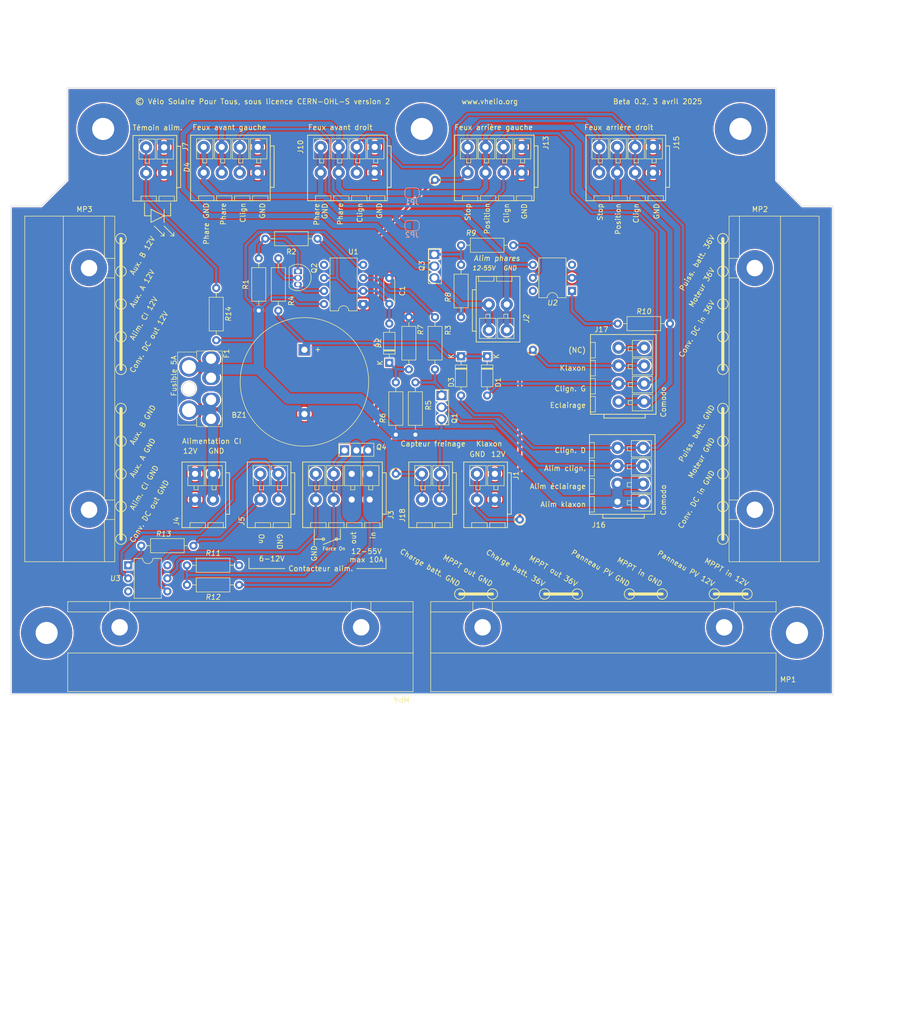
<source format=kicad_pcb>
(kicad_pcb (version 20211014) (generator pcbnew)

  (general
    (thickness 1.6)
  )

  (paper "A4")
  (layers
    (0 "F.Cu" signal)
    (31 "B.Cu" signal)
    (32 "B.Adhes" user "B.Adhesive")
    (33 "F.Adhes" user "F.Adhesive")
    (34 "B.Paste" user)
    (35 "F.Paste" user)
    (36 "B.SilkS" user "B.Silkscreen")
    (37 "F.SilkS" user "F.Silkscreen")
    (38 "B.Mask" user)
    (39 "F.Mask" user)
    (40 "Dwgs.User" user "User.Drawings")
    (41 "Cmts.User" user "User.Comments")
    (42 "Eco1.User" user "User.Eco1")
    (43 "Eco2.User" user "User.Eco2")
    (44 "Edge.Cuts" user)
    (45 "Margin" user)
    (46 "B.CrtYd" user "B.Courtyard")
    (47 "F.CrtYd" user "F.Courtyard")
    (48 "B.Fab" user)
    (49 "F.Fab" user)
    (50 "User.1" user)
    (51 "User.2" user)
    (52 "User.3" user)
    (53 "User.4" user)
    (54 "User.5" user)
    (55 "User.6" user)
    (56 "User.7" user)
    (57 "User.8" user)
    (58 "User.9" user)
  )

  (setup
    (stackup
      (layer "F.SilkS" (type "Top Silk Screen"))
      (layer "F.Paste" (type "Top Solder Paste"))
      (layer "F.Mask" (type "Top Solder Mask") (thickness 0.01))
      (layer "F.Cu" (type "copper") (thickness 0.035))
      (layer "dielectric 1" (type "core") (thickness 1.51) (material "FR4") (epsilon_r 4.5) (loss_tangent 0.02))
      (layer "B.Cu" (type "copper") (thickness 0.035))
      (layer "B.Mask" (type "Bottom Solder Mask") (thickness 0.01))
      (layer "B.Paste" (type "Bottom Solder Paste"))
      (layer "B.SilkS" (type "Bottom Silk Screen"))
      (copper_finish "None")
      (dielectric_constraints no)
    )
    (pad_to_mask_clearance 0)
    (pcbplotparams
      (layerselection 0x00010e0_ffffffff)
      (disableapertmacros false)
      (usegerberextensions false)
      (usegerberattributes true)
      (usegerberadvancedattributes true)
      (creategerberjobfile true)
      (svguseinch false)
      (svgprecision 6)
      (excludeedgelayer true)
      (plotframeref false)
      (viasonmask false)
      (mode 1)
      (useauxorigin false)
      (hpglpennumber 1)
      (hpglpenspeed 20)
      (hpglpendiameter 15.000000)
      (dxfpolygonmode true)
      (dxfimperialunits true)
      (dxfusepcbnewfont true)
      (psnegative false)
      (psa4output false)
      (plotreference true)
      (plotvalue true)
      (plotinvisibletext false)
      (sketchpadsonfab false)
      (subtractmaskfromsilk false)
      (outputformat 1)
      (mirror false)
      (drillshape 0)
      (scaleselection 1)
      (outputdirectory "")
    )
  )

  (net 0 "")
  (net 1 "GND")
  (net 2 "Net-(F1-Pad2)")
  (net 3 "Net-(D1-Pad2)")
  (net 4 "Net-(D3-Pad2)")
  (net 5 "/Phares")
  (net 6 "Net-(J13-Pad4)")
  (net 7 "Net-(J1-Pad2)")
  (net 8 "/Flasher/Out")
  (net 9 "unconnected-(J17-Pad4)")
  (net 10 "/12V_5A")
  (net 11 "Net-(Q1-Pad1)")
  (net 12 "Net-(C1-Pad1)")
  (net 13 "Net-(Q2-Pad1)")
  (net 14 "unconnected-(U1-Pad5)")
  (net 15 "Net-(Q2-Pad2)")
  (net 16 "/Flasher/Enable")
  (net 17 "Net-(Q2-Pad3)")
  (net 18 "Net-(R3-Pad1)")
  (net 19 "Net-(D2-Pad1)")
  (net 20 "Net-(J2-Pad1)")
  (net 21 "Net-(J10-Pad4)")
  (net 22 "Net-(J10-Pad3)")
  (net 23 "Net-(Q3-Pad1)")
  (net 24 "Net-(R9-Pad2)")
  (net 25 "Net-(R10-Pad1)")
  (net 26 "unconnected-(U2-Pad3)")
  (net 27 "unconnected-(U2-Pad6)")
  (net 28 "Net-(D4-Pad2)")
  (net 29 "/Conv12V_In.Vbatt")
  (net 30 "Net-(MP2-PadA3)")
  (net 31 "Net-(U3-Pad4)")
  (net 32 "Net-(Q4-Pad1)")
  (net 33 "Net-(R11-Pad2)")
  (net 34 "Net-(R13-Pad1)")
  (net 35 "unconnected-(U3-Pad3)")
  (net 36 "unconnected-(U3-Pad6)")
  (net 37 "Net-(U3-Pad2)")
  (net 38 "Net-(R13-Pad2)")

  (footprint "circuit:Wago_221-500_SplicingConnectorHolder" (layer "F.Cu") (at 95.25 82.55 90))

  (footprint "Resistor_THT:R_Axial_DIN0207_L6.3mm_D2.5mm_P10.16mm_Horizontal" (layer "F.Cu") (at 105.41 113.03))

  (footprint "circuit:MountingHole_5mm" (layer "F.Cu") (at 87 130))

  (footprint "circuit:Buzzer_25x16_12.5" (layer "F.Cu") (at 137.16 74.93 -90))

  (footprint "circuit:TO-251-3_Vertical" (layer "F.Cu") (at 144.97 94.5))

  (footprint "Resistor_THT:R_Axial_DIN0207_L6.3mm_D2.5mm_P10.16mm_Horizontal" (layer "F.Cu") (at 114.3 116.84))

  (footprint "circuit:Generic_FuseHolder_MINI" (layer "F.Cu") (at 118.99 76.675 -90))

  (footprint "Resistor_THT:R_Axial_DIN0207_L6.3mm_D2.5mm_P10.16mm_Horizontal" (layer "F.Cu") (at 167.64 68.58 90))

  (footprint "Resistor_THT:R_Axial_DIN0207_L6.3mm_D2.5mm_P10.16mm_Horizontal" (layer "F.Cu") (at 124.46 120.65 180))

  (footprint "circuit:TerminalBlock_Wago_2601-3102_1x02_P3.50mm_Vertical" (layer "F.Cu") (at 119.38 104.06 180))

  (footprint "Resistor_THT:R_Axial_DIN0207_L6.3mm_D2.5mm_P10.16mm_Horizontal" (layer "F.Cu") (at 162.56 68.58 -90))

  (footprint "circuit:MountingHole_5mm" (layer "F.Cu") (at 98 32))

  (footprint "circuit:TerminalBlock_Wago_2601-3104_1x04_P3.50mm_Vertical" (layer "F.Cu") (at 179.4 40.5 180))

  (footprint "Package_DIP:DIP-8_W7.62mm" (layer "F.Cu") (at 148.59 66.04 180))

  (footprint "circuit:TerminalBlock_Wago_2601-3102_1x02_P3.50mm_Vertical" (layer "F.Cu") (at 109.855 40.56 180))

  (footprint "circuit:Strap_D2.0mm_Drill1.0mm" (layer "F.Cu") (at 179.07 107.95))

  (footprint "circuit:TerminalBlock_Wago_2601-3104_1x04_P3.50mm_Vertical" (layer "F.Cu") (at 205 40.5 180))

  (footprint "Resistor_THT:R_Axial_DIN0207_L6.3mm_D2.5mm_P10.16mm_Horizontal" (layer "F.Cu") (at 167.64 54.61))

  (footprint "circuit:MountingHole_5mm" (layer "F.Cu") (at 222 32))

  (footprint "Diode_THT:D_DO-35_SOD27_P7.62mm_Horizontal" (layer "F.Cu") (at 172.72 76.2 -90))

  (footprint "Resistor_THT:R_Axial_DIN0207_L6.3mm_D2.5mm_P10.16mm_Horizontal" (layer "F.Cu") (at 198.12 69.85))

  (footprint "circuit:TO-92L_Inline" (layer "F.Cu") (at 135.89 59.69 -90))

  (footprint "circuit:TerminalBlock_Wago_2601-3104_1x04_P3.50mm_Vertical" (layer "F.Cu") (at 128.06 40.5 180))

  (footprint "circuit:TO-251-3_Vertical" (layer "F.Cu") (at 162.44 56.38 -90))

  (footprint "Resistor_THT:R_Axial_DIN0207_L6.3mm_D2.5mm_P10.16mm_Horizontal" (layer "F.Cu") (at 157.48 78.74 90))

  (footprint "circuit:TerminalBlock_Wago_2601-3102_1x02_P3.50mm_Vertical" (layer "F.Cu") (at 132.08 104.06 180))

  (footprint "circuit:TerminalBlock_Wago_2601-3104_1x04_P3.50mm_Vertical" (layer "F.Cu") (at 198.07 104.480004 90))

  (footprint "Resistor_THT:R_Axial_DIN0207_L6.3mm_D2.5mm_P10.16mm_Horizontal" (layer "F.Cu") (at 158.75 91.44 90))

  (footprint "circuit:TerminalBlock_Wago_2601-3104_1x04_P3.50mm_Vertical" (layer "F.Cu") (at 149.86 104.06 180))

  (footprint "Package_DIP:DIP-6_W7.62mm" (layer "F.Cu") (at 102.87 116.84))

  (footprint "circuit:Wago_221-500_SplicingConnectorHolder" (layer "F.Cu") (at 224.79 82.55 -90))

  (footprint "Resistor_THT:R_Axial_DIN0207_L6.3mm_D2.5mm_P10.16mm_Horizontal" (layer "F.Cu") (at 132.08 57.15 -90))

  (footprint "circuit:MountingHole_5mm" (layer "F.Cu") (at 160 32))

  (footprint "Resistor_THT:R_Axial_DIN0207_L6.3mm_D2.5mm_P10.16mm_Horizontal" (layer "F.Cu") (at 154.94 91.44 90))

  (footprint "circuit:Strap_D2.0mm_Drill1.0mm" (layer "F.Cu") (at 154.94 99.06))

  (footprint "Resistor_THT:R_Axial_DIN0207_L6.3mm_D2.5mm_P10.16mm_Horizontal" (layer "F.Cu") (at 128.27 67.31 90))

  (footprint "Resistor_THT:R_Axial_DIN0207_L6.3mm_D2.5mm_P10.16mm_Horizontal" (layer "F.Cu") (at 129.54 53.34))

  (footprint "circuit:Strap_D2.0mm_Drill1.0mm" (layer "F.Cu") (at 181.61 74.93))

  (footprint "Package_DIP:DIP-6_W7.62mm" (layer "F.Cu") (at 189.22 63.485 180))

  (footprint "Resistor_THT:R_Axial_DIN0207_L6.3mm_D2.5mm_P10.16mm_Horizontal" (layer "F.Cu") (at 120 62.92 -90))

  (footprint "Capacitor_THT:C_Disc_D4.3mm_W1.9mm_P5.00mm" (layer "F.Cu")
    (tedit 5AE50EF0) (tstamp c4f0a47b-7399-4c2d-8eef-5cb87ba91372)
    (at 153.67 66 90)
    (descr "C, Disc series, Radial, pin pitch=5.00mm, , diameter*width=4.3*1.9mm^2, Capacitor, http://www.vishay.com/docs/45233/krseries.pdf")
    (tags "C Disc series Radial pin pitch 5.00mm  diameter 4.3mm width 1.9mm Capacitor")
    (property "Sheetfile" "flasher.kicad_sch")
    (property "Sheetname" "Flasher")
    (path "/6fef4bbe-09a8-45ef-ae4f-87b078d91d13/f0969dca-9848-4b0a-8110-8311f44aa440")
    (attr through_hole)
    (fp_text reference "C1" (at 2.5 2.54 90) (layer "F.SilkS")
      (effects (font (size 1 1) (thickness 0.15)))
      (tstamp 34759cfd-b77b-4504-b886-2e0331e6cd3b)
    )
    (fp_text value "4.7µF" (at 2.5 2.2 90) (layer "F.Fab")
      (effects (font (size 1 1) (thickness 0.15)))
      (tstamp 787af8a6-7e6e-4f65-90cb-6e7a12d090e9)
    )
    (fp_text user "${REFERENCE}" (at 2.5 0 90) (layer "F.Fab")
      (effects (font (size 0.86 0.86) (thickness 0.129)))
      (tstamp 5bbaf821-d757-4f92-a612-c220712eeb38)
    )
    (fp_line (start 0.23 -1.07) (end 0.23 -1.055) (layer "F.SilkS") (width 0.12) (tstamp 53a39ffd-8103-4dc0-9cfb-76495aa14d59))
    (fp_line (start 4.77 1.055) (end 4.77 1.07) (layer "F.SilkS") (width 0.12) (tstamp 5757db3e-8c0d-4deb-982a-23ed2cbf9402))
    (fp_line (start 4.77 -1.07) (end 4.77 -1.055) (layer "F.SilkS") (width 0.12) (tstamp 7b7c80f2-03fc-4845-ba9b-4f5b83182c13))
    (fp_line (start 0.23 -1.07) (end 4.77 -1.07) (layer "F.SilkS") (width 0.12) (tstamp 809150b4-c91d-4a19-8c93-f70b223196de))
    (fp_line (start 0.23 1.07) (end 4.77 1.07) (layer "F.SilkS") (width 0.12) (tstamp adee35c8-60bb-446a-bba0-fccd1d3cb751))
    (fp_line (start 0.23 1.055) (end 0.23 1.07) (layer "F.SilkS") (width 0.12) (tstamp e094bc9c-ecf1-4b5a-84e2-928b0b1d5a99))
    (fp_line (start -1.05 -1.2) (end -1.05 1.2) (layer "F.CrtYd") (width 0.05) (tstamp 5dd7ca9f-e1d3-4808-970e-30773ca4b7e5))
    (fp_line (start -1.05 1.2) (end 6.05 1.2) (layer "F.CrtYd") (width 0.05) (tstamp 82aeeec8-695b-433e-9dd6-0335b7bd38e0))
    (fp_line (start 6.05 -1.2) (end -1.05 -1.2) (layer "F.CrtYd") (width 0.05) (tstamp 866bd7c7-9009-4283-b311-17805930da2a))
    (fp_line (start 6.05 1.2) (end 6.05 -1.2) (layer "F.CrtYd") (width 0.05) (tstamp 894e95c5-789c-400f-b95f-d1b3d25e559e))
    (fp_line (start 4.65 -0.95) (end 0.35 -0.95) (layer "F.Fab") (width 0.1) (tstamp 57734cf2-4ff5-46b5-96df-f6da6a0ff28d))
    (fp_line (start 0.35 0.95) (end 4.65 0.95) (layer "F.Fab") (width 0.1) (tstamp 75cb8aab-4873-4a5f-8e1d-292d1d8b1783))
    (fp_line (start 0.35 -0.95) (end 0.35 0.95) (layer "F.Fab") (width 0.1) (tstamp a6f24516-8f71-40fa-9dc8-e9de2c2b8b2c))
    (fp_line (start 4.65 0.95) (end 4.65 -0.95) (layer "F.Fab") (width 0.1) (tstamp c9843ac4-c031-4f44-bc13-f5ba9d8eb3ae))
    (pad "1" thru_hole circle (at 0 0 90) (size 1.6 1.6) (drill 0.8) (layers *.Cu *.Mask)
      (net 12 "Net-(C1-Pad1)") (pintype "passive") (tstamp 67e1c65e-5fbc-43c4-a529-9f4499da4c60))
    (pad "2" thru_hole circle (at 5 0 90) (size 1.6 1.6) (drill 0.8) (layers *.Cu *.Mask)
      (net 1 "GND") (pintype "passive") (tstamp 49016178-66af-470b-a7c6-360e7ab640b9))
    (model "${KICAD6_3DMODEL_DIR}/Capacitor_THT.3dshapes/C_Disc_D4.3mm_W1.9mm_P5.00mm.wrl"
      (offset (xyz 0 0 0))
 
... [1497049 chars truncated]
</source>
